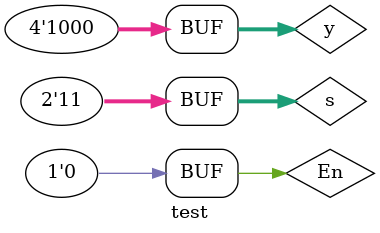
<source format=v>
`timescale 1ns / 1ps


module test;

	// Inputs
	reg [3:0] y;
	reg [1:0] s;
	reg En;

	// Outputs
	wire o;

	// Instantiate the Unit Under Test (UUT)
	mux4to1En uut (
		.y(y), 
		.s(s), 
		.En(En), 
		.o(o)
	);

	initial begin
      y = 4'b0001;
		s = 2'b00;
		En = 0;
		#100;
		
		y = 4'b0001;
		s = 2'b00;
		En = 1;
		#100;
		
		y = 4'b0010;
		s = 2'b01;
		En = 1;
		#100;
		
		y = 4'b0100;
		s = 2'b10;
		En = 1;
		#100;
		
		y = 4'b1000;
		s = 2'b11;
		En = 1;
		#100;
		
		y = 4'b1000;
		s = 2'b01;
		En = 1;
		#100;
		
		y = 4'b1000;
		s = 2'b11;
		En = 0;
		#100;
	end
  endmodule


</source>
